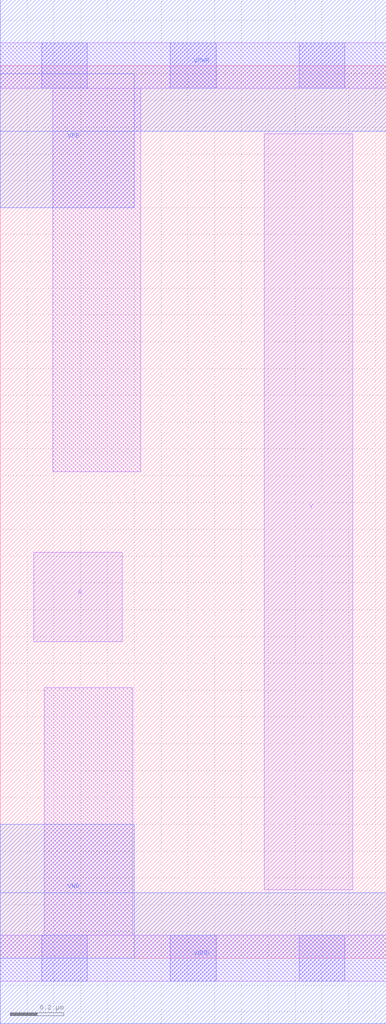
<source format=lef>
# Copyright 2020 The SkyWater PDK Authors
#
# Licensed under the Apache License, Version 2.0 (the "License");
# you may not use this file except in compliance with the License.
# You may obtain a copy of the License at
#
#     https://www.apache.org/licenses/LICENSE-2.0
#
# Unless required by applicable law or agreed to in writing, software
# distributed under the License is distributed on an "AS IS" BASIS,
# WITHOUT WARRANTIES OR CONDITIONS OF ANY KIND, either express or implied.
# See the License for the specific language governing permissions and
# limitations under the License.
#
# SPDX-License-Identifier: Apache-2.0

VERSION 5.5 ;
NAMESCASESENSITIVE ON ;
BUSBITCHARS "[]" ;
DIVIDERCHAR "/" ;
MACRO sky130_fd_sc_lp__invlp_1
  CLASS CORE ;
  SOURCE USER ;
  ORIGIN  0.000000  0.000000 ;
  SIZE  1.440000 BY  3.330000 ;
  SYMMETRY X Y R90 ;
  SITE unit ;
  PIN A
    ANTENNAGATEAREA  0.630000 ;
    DIRECTION INPUT ;
    USE SIGNAL ;
    PORT
      LAYER li1 ;
        RECT 0.125000 1.180000 0.455000 1.515000 ;
    END
  END A
  PIN Y
    ANTENNADIFFAREA  0.598500 ;
    DIRECTION OUTPUT ;
    USE SIGNAL ;
    PORT
      LAYER li1 ;
        RECT 0.985000 0.255000 1.315000 3.075000 ;
    END
  END Y
  PIN VGND
    DIRECTION INOUT ;
    USE GROUND ;
    PORT
      LAYER met1 ;
        RECT 0.000000 -0.245000 1.440000 0.245000 ;
    END
  END VGND
  PIN VNB
    DIRECTION INOUT ;
    USE GROUND ;
    PORT
    END
  END VNB
  PIN VPB
    DIRECTION INOUT ;
    USE POWER ;
    PORT
    END
  END VPB
  PIN VNB
    DIRECTION INOUT ;
    USE GROUND ;
    PORT
      LAYER met1 ;
        RECT 0.000000 0.000000 0.500000 0.500000 ;
    END
  END VNB
  PIN VPB
    DIRECTION INOUT ;
    USE POWER ;
    PORT
      LAYER met1 ;
        RECT 0.000000 2.800000 0.500000 3.300000 ;
    END
  END VPB
  PIN VPWR
    DIRECTION INOUT ;
    USE POWER ;
    PORT
      LAYER met1 ;
        RECT 0.000000 3.085000 1.440000 3.575000 ;
    END
  END VPWR
  OBS
    LAYER li1 ;
      RECT 0.000000 -0.085000 1.440000 0.085000 ;
      RECT 0.000000  3.245000 1.440000 3.415000 ;
      RECT 0.165000  0.085000 0.495000 1.010000 ;
      RECT 0.195000  1.815000 0.525000 3.245000 ;
    LAYER mcon ;
      RECT 0.155000 -0.085000 0.325000 0.085000 ;
      RECT 0.155000  3.245000 0.325000 3.415000 ;
      RECT 0.635000 -0.085000 0.805000 0.085000 ;
      RECT 0.635000  3.245000 0.805000 3.415000 ;
      RECT 1.115000 -0.085000 1.285000 0.085000 ;
      RECT 1.115000  3.245000 1.285000 3.415000 ;
  END
END sky130_fd_sc_lp__invlp_1
END LIBRARY

</source>
